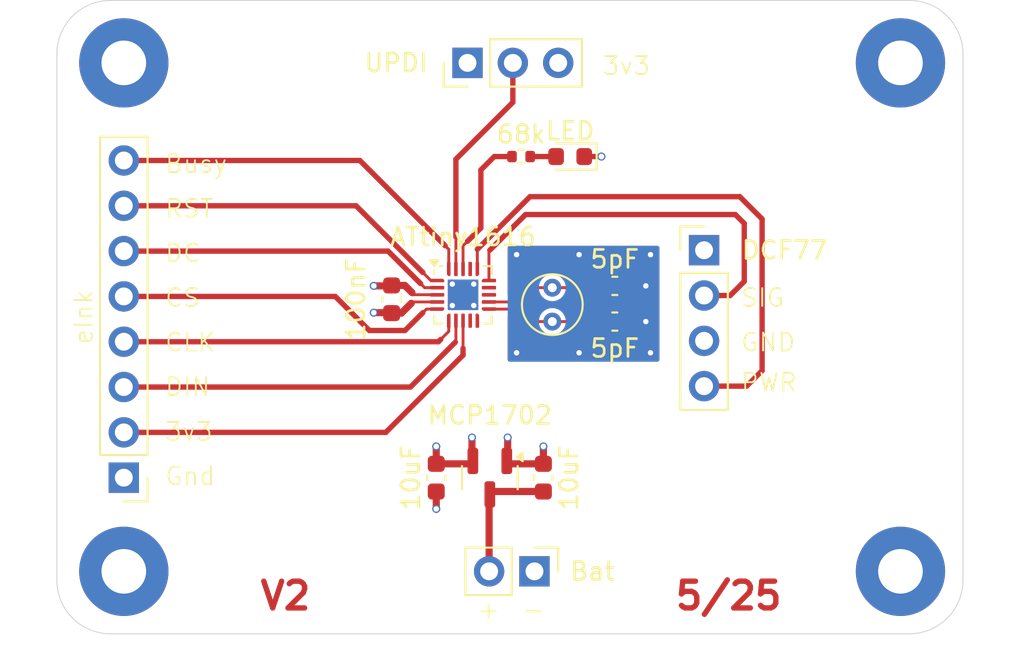
<source format=kicad_pcb>
(kicad_pcb (version 20240108) (generator "pcbnew") (generator_version "8.0")
  (layers (0 "F.Cu" signal) (1 "In1.Cu" signal) (2 "In2.Cu" signal) (3 "In3.Cu" signal) (4 "In4.Cu" signal) (31 "B.Cu" signal) (34 "B.Paste" user) (35 "F.Paste" user) (36 "B.SilkS" user "B.Silkscreen") (37 "F.SilkS" user "F.Silkscreen") (38 "B.Mask" user) (39 "F.Mask" user) (44 "Edge.Cuts" user))
  (net 0 "")
  (net 1 "+3.3V")
  (net 2 "GND")
  (net 3 "VCC")
  (net 4 "Net-(D1-A)")
  (net 5 "/RST")
  (net 6 "/BUSY")
  (net 7 "/DIN")
  (net 8 "/CLK")
  (net 9 "Net-(J3-Pin_2)")
  (net 10 "Net-(U1-PB3)")
  (net 12 "Net-(U1-PB2)")
  (net 16 "Net-(U1-PC3)")
  (net 18 "/DC")
  (net 19 "/NSS")
  (net 20 "/D_PWR")
  (net 21 "/T_SIG")
  (net 22 "/T_PWR")
  (footprint "Capacitor_SMD:C_0603_1608Metric" (layer "F.Cu") (at 120 125.75 -90)
    (property "Reference" "C1" (hide yes))
    (property "Value" "10uF" (at 0 1.43 90) (layer "F.SilkS"))
    (fp_line (start -0.14058 0.51) (end 0.14058 0.51) (stroke (width 0.12)) (layer "F.SilkS"))
    (fp_line (start -0.14058 -0.51) (end 0.14058 -0.51) (stroke (width 0.12)) (layer "F.SilkS"))
    (pad "1" smd roundrect (at -0.775 0 270) (size 0.9 0.95) (layers "F.Cu" "F.Paste" "F.Mask") (net 1 "+3.3V"))
    (pad "2" smd roundrect (at 0.775 0 270) (size 0.9 0.95) (layers "F.Cu" "F.Paste" "F.Mask") (net 2 "GND"))
  )
  (footprint "Package_DFN_QFN:VQFN-20-1EP_3x3mm_P0.4mm_EP1.7x1.7mm_ThermalVias" (layer "F.Cu") (at 121.5 115.5)
    (property "Reference" "U1" (hide yes))
    (property "Value" "ATtiny1616" (at 0 -3.25 0) (layer "F.SilkS"))
    (fp_line (start -1.61 -1.16) (end -1.61 -1.37) (stroke (width 0.12)) (layer "F.SilkS"))
    (fp_line (start -1.61 1.61) (end -1.61 1.16) (stroke (width 0.12)) (layer "F.SilkS"))
    (fp_line (start -1.16 -1.61) (end -1.31 -1.61) (stroke (width 0.12)) (layer "F.SilkS"))
    (fp_line (start -1.16 1.61) (end -1.61 1.61) (stroke (width 0.12)) (layer "F.SilkS"))
    (fp_line (start 1.16 -1.61) (end 1.61 -1.61) (stroke (width 0.12)) (layer "F.SilkS"))
    (fp_line (start 1.16 1.61) (end 1.61 1.61) (stroke (width 0.12)) (layer "F.SilkS"))
    (fp_line (start 1.61 -1.61) (end 1.61 -1.16) (stroke (width 0.12)) (layer "F.SilkS"))
    (fp_line (start 1.61 1.61) (end 1.61 1.16) (stroke (width 0.12)) (layer "F.SilkS"))
    (fp_poly (pts (xy -1.61 -1.61) (xy -1.85 -1.94) (xy -1.37 -1.94) (xy -1.61 -1.61)) (stroke (width 0.12)) (fill solid) (layer "F.SilkS"))
    (pad "1" smd custom (at -1.45 -0.8) (size 0.143431 0.143431) (layers "F.Cu" "F.Paste" "F.Mask") (net 5 "/RST") (options (clearance outline) (anchor circle)) (primitives (gr_poly (pts (xy -0.35 -0.05) (xy 0.299289 -0.05) (xy 0.35 0.000711) (xy 0.35 0.05) (xy -0.35 0.05)) (width 0.1) (fill yes))))
    (pad "2" smd roundrect (at -1.45 -0.4) (size 0.8 0.2) (layers "F.Cu" "F.Paste" "F.Mask") (net 18 "/DC"))
    (pad "3" smd roundrect (at -1.45 0) (size 0.8 0.2) (layers "F.Cu" "F.Paste" "F.Mask") (net 2 "GND"))
    (pad "4" smd roundrect (at -1.45 0.4) (size 0.8 0.2) (layers "F.Cu" "F.Paste" "F.Mask") (net 1 "+3.3V"))
    (pad "5" smd custom (at -1.45 0.8) (size 0.143431 0.143431) (layers "F.Cu" "F.Paste" "F.Mask") (net 19 "/NSS") (options (clearance outline) (anchor circle)) (primitives (gr_poly (pts (xy -0.35 -0.05) (xy 0.35 -0.05) (xy 0.35 -0.000711) (xy 0.299289 0.05) (xy -0.35 0.05)) (width 0.1) (fill yes))))
    (pad "6" smd custom (at -0.8 1.45) (size 0.143431 0.143431) (layers "F.Cu" "F.Paste" "F.Mask") (net 8 "/CLK") (options (clearance outline) (anchor circle)) (primitives (gr_poly (pts (xy -0.05 -0.299289) (xy 0.000711 -0.35) (xy 0.05 -0.35) (xy 0.05 0.35) (xy -0.05 0.35)) (width 0.1) (fill yes))))
    (pad "7" smd roundrect (at -0.4 1.45) (size 0.2 0.8) (layers "F.Cu" "F.Paste" "F.Mask") (net 7 "/DIN"))
    (pad "8" smd roundrect (at 0 1.45) (size 0.2 0.8) (layers "F.Cu" "F.Paste" "F.Mask") (net 20 "/D_PWR"))
    (pad "9" smd roundrect (at 0.4 1.45) (size 0.2 0.8) (layers "F.Cu" "F.Paste" "F.Mask"))
    (pad "10" smd custom (at 0.8 1.45) (size 0.143431 0.143431) (layers "F.Cu" "F.Paste" "F.Mask") (options (clearance outline) (anchor circle)) (primitives (gr_poly (pts (xy -0.05 -0.35) (xy -0.000711 -0.35) (xy 0.05 -0.299289) (xy 0.05 0.35) (xy -0.05 0.35)) (width 0.1) (fill yes))))
    (pad "11" smd custom (at 1.45 0.8) (size 0.143431 0.143431) (layers "F.Cu" "F.Paste" "F.Mask") (net 10 "Net-(U1-PB3)") (options (clearance outline) (anchor circle)) (primitives (gr_poly (pts (xy -0.35 -0.05) (xy 0.35 -0.05) (xy 0.35 0.05) (xy -0.299289 0.05) (xy -0.35 -0.000711)) (width 0.1) (fill yes))))
    (pad "12" smd roundrect (at 1.45 0.4) (size 0.8 0.2) (layers "F.Cu" "F.Paste" "F.Mask") (net 12 "Net-(U1-PB2)"))
    (pad "13" smd roundrect (at 1.45 0) (size 0.8 0.2) (layers "F.Cu" "F.Paste" "F.Mask"))
    (pad "14" smd roundrect (at 1.45 -0.4) (size 0.8 0.2) (layers "F.Cu" "F.Paste" "F.Mask"))
    (pad "15" smd custom (at 1.45 -0.8) (size 0.143431 0.143431) (layers "F.Cu" "F.Paste" "F.Mask") (net 21 "/T_SIG") (options (clearance outline) (anchor circle)) (primitives (gr_poly (pts (xy -0.35 0.000711) (xy -0.299289 -0.05) (xy 0.35 -0.05) (xy 0.35 0.05) (xy -0.35 0.05)) (width 0.1) (fill yes))))
    (pad "16" smd custom (at 0.8 -1.45) (size 0.143431 0.143431) (layers "F.Cu" "F.Paste" "F.Mask") (net 22 "/T_PWR") (options (clearance outline) (anchor circle)) (primitives (gr_poly (pts (xy -0.05 -0.35) (xy 0.05 -0.35) (xy 0.05 0.299289) (xy -0.000711 0.35) (xy -0.05 0.35)) (width 0.1) (fill yes))))
    (pad "17" smd roundrect (at 0.4 -1.45) (size 0.2 0.8) (layers "F.Cu" "F.Paste" "F.Mask"))
    (pad "18" smd roundrect (at 0 -1.45) (size 0.2 0.8) (layers "F.Cu" "F.Paste" "F.Mask") (net 16 "Net-(U1-PC3)"))
    (pad "19" smd roundrect (at -0.4 -1.45) (size 0.2 0.8) (layers "F.Cu" "F.Paste" "F.Mask") (net 9 "Net-(J3-Pin_2)"))
    (pad "20" smd custom (at -0.8 -1.45) (size 0.143431 0.143431) (layers "F.Cu" "F.Paste" "F.Mask") (net 6 "/BUSY") (options (clearance outline) (anchor circle)) (primitives (gr_poly (pts (xy -0.05 -0.35) (xy 0.05 -0.35) (xy 0.05 0.35) (xy 0.000711 0.35) (xy -0.05 0.299289)) (width 0.1) (fill yes))))
    (pad "21" thru_hole circle (at -0.6 -0.6) (size 0.5 0.5) (drill 0.3) (property pad_prop_heatsink) (layers "*.Cu") (net 2 "GND"))
    (pad "21" thru_hole circle (at -0.6 0.6) (size 0.5 0.5) (drill 0.3) (property pad_prop_heatsink) (layers "*.Cu") (net 2 "GND"))
    (pad "21" smd rect (at 0 0) (size 1.7 1.7) (property pad_prop_heatsink) (layers "F.Cu" "F.Mask") (net 2 "GND"))
    (pad "21" smd rect (at 0 0) (size 1.7 1.7) (property pad_prop_heatsink) (layers "B.Cu") (net 2 "GND"))
    (pad "21" thru_hole circle (at 0.6 -0.6) (size 0.5 0.5) (drill 0.3) (property pad_prop_heatsink) (layers "*.Cu") (net 2 "GND"))
    (pad "21" thru_hole circle (at 0.6 0.6) (size 0.5 0.5) (drill 0.3) (property pad_prop_heatsink) (layers "*.Cu") (net 2 "GND"))
  )
  (footprint "Capacitor_SMD:C_0603_1608Metric" (layer "F.Cu") (at 130 115)
    (property "Reference" "C5" (hide yes))
    (property "Value" "5pF" (at 0 -1.5 0) (layer "F.SilkS"))
    (fp_line (start -0.14058 -0.51) (end 0.14058 -0.51) (stroke (width 0.12)) (layer "F.SilkS"))
    (fp_line (start -0.14058 0.51) (end 0.14058 0.51) (stroke (width 0.12)) (layer "F.SilkS"))
    (pad "1" smd roundrect (at -0.775 0) (size 0.9 0.95) (layers "F.Cu" "F.Paste" "F.Mask") (net 12 "Net-(U1-PB2)"))
    (pad "2" smd roundrect (at 0.775 0) (size 0.9 0.95) (layers "F.Cu" "F.Paste" "F.Mask") (net 2 "GND"))
  )
  (footprint "MountingHole:MountingHole_2.5mm_Pad" (layer "F.Cu") (at 102.5 102.5)
    (property "Reference" "H1" (hide yes))
    (property "Value" "MountingHole_Pad")
    (pad "1" thru_hole circle (at 0 0) (size 5 5) (drill 2.5) (layers "*.Cu" "*.Mask") (net 2 "GND"))
  )
  (footprint "MountingHole:MountingHole_2.5mm_Pad" (layer "F.Cu") (at 146 131)
    (property "Reference" "H3" (hide yes))
    (property "Value" "MountingHole_Pad")
    (pad "1" thru_hole circle (at 0 0) (size 5 5) (drill 2.5) (layers "*.Cu" "*.Mask") (net 2 "GND"))
  )
  (footprint "MountingHole:MountingHole_2.5mm_Pad" (layer "F.Cu") (at 146 102.5)
    (property "Reference" "H2" (hide yes))
    (property "Value" "MountingHole_Pad")
    (pad "1" thru_hole circle (at 0 0) (size 5 5) (drill 2.5) (layers "*.Cu" "*.Mask") (net 2 "GND"))
  )
  (footprint "Capacitor_SMD:C_0603_1608Metric" (layer "F.Cu") (at 117.5 115.75 -90)
    (property "Reference" "C3" (hide yes))
    (property "Value" "100nF" (at 0 2 90) (layer "F.SilkS"))
    (fp_line (start -0.14058 0.51) (end 0.14058 0.51) (stroke (width 0.12)) (layer "F.SilkS"))
    (fp_line (start -0.14058 -0.51) (end 0.14058 -0.51) (stroke (width 0.12)) (layer "F.SilkS"))
    (pad "1" smd roundrect (at -0.775 0 270) (size 0.9 0.95) (layers "F.Cu" "F.Paste" "F.Mask") (net 2 "GND"))
    (pad "2" smd roundrect (at 0.775 0 270) (size 0.9 0.95) (layers "F.Cu" "F.Paste" "F.Mask") (net 1 "+3.3V"))
  )
  (footprint "Crystal:Crystal_C38-LF_D3.0mm_L8.0mm_Vertical" (layer "F.Cu") (at 126.5 117 90)
    (property "Reference" "Y1" (hide yes))
    (property "Value" "32.768KHz" (hide yes))
    (fp_arc (start 2.65 0) (mid 0.95 1.7) (end -0.75 0) (stroke (width 0.12)) (layer "F.SilkS"))
    (fp_arc (start -0.75 0) (mid 0.95 -1.7) (end 2.65 0) (stroke (width 0.12)) (layer "F.SilkS"))
    (pad "1" thru_hole circle (at 0 0 90) (size 1 1) (drill 0.5) (layers "*.Cu" "*.Mask") (net 10 "Net-(U1-PB3)"))
    (pad "2" thru_hole circle (at 1.9 0 90) (size 1 1) (drill 0.5) (layers "*.Cu" "*.Mask") (net 12 "Net-(U1-PB2)"))
  )
  (footprint "Connector_PinHeader_2.54mm:PinHeader_1x04_P2.54mm_Vertical" (layer "F.Cu") (at 135 113)
    (property "Reference" "J4" (hide yes))
    (property "Value" "DCF77" (at 4.5 0 0) (layer "F.SilkS"))
    (fp_line (start -1.33 -1.33) (end 0 -1.33) (stroke (width 0.12)) (layer "F.SilkS"))
    (fp_line (start -1.33 0) (end -1.33 -1.33) (stroke (width 0.12)) (layer "F.SilkS"))
    (fp_line (start -1.33 1.27) (end -1.33 8.95) (stroke (width 0.12)) (layer "F.SilkS"))
    (fp_line (start -1.33 1.27) (end 1.33 1.27) (stroke (width 0.12)) (layer "F.SilkS"))
    (fp_line (start -1.33 8.95) (end 1.33 8.95) (stroke (width 0.12)) (layer "F.SilkS"))
    (fp_line (start 1.33 1.27) (end 1.33 8.95) (stroke (width 0.12)) (layer "F.SilkS"))
    (pad "1" thru_hole rect (at 0 0) (size 1.7 1.7) (drill 1) (layers "*.Cu" "*.Mask") (net 2 "GND"))
    (pad "2" thru_hole oval (at 0 2.54) (size 1.7 1.7) (drill 1) (layers "*.Cu" "*.Mask") (net 21 "/T_SIG"))
    (pad "3" thru_hole oval (at 0 5.08) (size 1.7 1.7) (drill 1) (layers "*.Cu" "*.Mask") (net 2 "GND"))
    (pad "4" thru_hole oval (at 0 7.62) (size 1.7 1.7) (drill 1) (layers "*.Cu" "*.Mask") (net 22 "/T_PWR"))
  )
  (footprint "MountingHole:MountingHole_2.5mm_Pad" (layer "F.Cu") (at 102.5 131)
    (property "Reference" "H4" (hide yes))
    (property "Value" "MountingHole_Pad")
    (pad "1" thru_hole circle (at 0 0) (size 5 5) (drill 2.5) (layers "*.Cu" "*.Mask") (net 2 "GND"))
  )
  (footprint "Capacitor_SMD:C_0603_1608Metric" (layer "F.Cu") (at 130 117 180)
    (property "Reference" "C4" (hide yes))
    (property "Value" "5pF" (at 0 -1.5 0) (layer "F.SilkS"))
    (fp_line (start -0.14058 0.51) (end 0.14058 0.51) (stroke (width 0.12)) (layer "F.SilkS"))
    (fp_line (start -0.14058 -0.51) (end 0.14058 -0.51) (stroke (width 0.12)) (layer "F.SilkS"))
    (pad "1" smd roundrect (at -0.775 0 180) (size 0.9 0.95) (layers "F.Cu" "F.Paste" "F.Mask") (net 2 "GND"))
    (pad "2" smd roundrect (at 0.775 0 180) (size 0.9 0.95) (layers "F.Cu" "F.Paste" "F.Mask") (net 10 "Net-(U1-PB3)"))
  )
  (footprint "Connector_PinHeader_2.54mm:PinHeader_1x08_P2.54mm_Vertical" (layer "F.Cu") (at 102.5 125.75 180)
    (property "Reference" "J1" (hide yes))
    (property "Value" "eInk" (at 2.25 9 90) (layer "F.SilkS") (effects (font (thickness 0.1))))
    (fp_line (start 1.33 1.27) (end 1.33 19.11) (stroke (width 0.12)) (layer "F.SilkS"))
    (fp_line (start -1.33 19.11) (end 1.33 19.11) (stroke (width 0.12)) (layer "F.SilkS"))
    (fp_line (start -1.33 1.27) (end 1.33 1.27) (stroke (width 0.12)) (layer "F.SilkS"))
    (fp_line (start -1.33 1.27) (end -1.33 19.11) (stroke (width 0.12)) (layer "F.SilkS"))
    (fp_line (start -1.33 0) (end -1.33 -1.33) (stroke (width 0.12)) (layer "F.SilkS"))
    (fp_line (start -1.33 -1.33) (end 0 -1.33) (stroke (width 0.12)) (layer "F.SilkS"))
    (pad "1" thru_hole rect (at 0 0 180) (size 1.7 1.7) (drill 1) (layers "*.Cu" "*.Mask") (net 2 "GND"))
    (pad "2" thru_hole oval (at 0 2.54 180) (size 1.7 1.7) (drill 1) (layers "*.Cu" "*.Mask") (net 20 "/D_PWR"))
    (pad "3" thru_hole oval (at 0 5.08 180) (size 1.7 1.7) (drill 1) (layers "*.Cu" "*.Mask") (net 7 "/DIN"))
    (pad "4" thru_hole oval (at 0 7.62 180) (size 1.7 1.7) (drill 1) (layers "*.Cu" "*.Mask") (net 8 "/CLK"))
    (pad "5" thru_hole oval (at 0 10.16 180) (size 1.7 1.7) (drill 1) (layers "*.Cu" "*.Mask") (net 19 "/NSS"))
    (pad "6" thru_hole oval (at 0 12.7 180) (size 1.7 1.7) (drill 1) (layers "*.Cu" "*.Mask") (net 18 "/DC"))
    (pad "7" thru_hole oval (at 0 15.24 180) (size 1.7 1.7) (drill 1) (layers "*.Cu" "*.Mask") (net 5 "/RST"))
    (pad "8" thru_hole oval (at 0 17.78 180) (size 1.7 1.7) (drill 1) (layers "*.Cu" "*.Mask") (net 6 "/BUSY"))
  )
  (footprint "Connector_PinHeader_2.54mm:PinHeader_1x02_P2.54mm_Vertical" (layer "F.Cu") (at 125.5 131 -90)
    (property "Reference" "J2" (hide yes))
    (property "Value" "Bat" (at 0 -3.25 180) (layer "F.SilkS"))
    (fp_line (start -1.33 3.87) (end 1.33 3.87) (stroke (width 0.12)) (layer "F.SilkS"))
    (fp_line (start -1.33 1.27) (end -1.33 3.87) (stroke (width 0.12)) (layer "F.SilkS"))
    (fp_line (start -1.33 1.27) (end 1.33 1.27) (stroke (width 0.12)) (layer "F.SilkS"))
    (fp_line (start 1.33 1.27) (end 1.33 3.87) (stroke (width 0.12)) (layer "F.SilkS"))
    (fp_line (start -1.33 0) (end -1.33 -1.33) (stroke (width 0.12)) (layer "F.SilkS"))
    (fp_line (start -1.33 -1.33) (end 0 -1.33) (stroke (width 0.12)) (layer "F.SilkS"))
    (pad "1" thru_hole rect (at 0 0 270) (size 1.7 1.7) (drill 1) (layers "*.Cu" "*.Mask") (net 2 "GND"))
    (pad "2" thru_hole oval (at 0 2.54 270) (size 1.7 1.7) (drill 1) (layers "*.Cu" "*.Mask") (net 3 "VCC"))
  )
  (footprint "Connector_PinHeader_2.54mm:PinHeader_1x03_P2.54mm_Vertical" (layer "F.Cu") (at 121.75 102.5 90)
    (property "Reference" "J3" (hide yes))
    (property "Value" "UPDI" (at 0 -4 180) (layer "F.SilkS"))
    (fp_line (start -1.33 -1.33) (end 0 -1.33) (stroke (width 0.12)) (layer "F.SilkS"))
    (fp_line (start -1.33 0) (end -1.33 -1.33) (stroke (width 0.12)) (layer "F.SilkS"))
    (fp_line (start 1.33 1.27) (end 1.33 6.41) (stroke (width 0.12)) (layer "F.SilkS"))
    (fp_line (start -1.33 1.27) (end 1.33 1.27) (stroke (width 0.12)) (layer "F.SilkS"))
    (fp_line (start -1.33 1.27) (end -1.33 6.41) (stroke (width 0.12)) (layer "F.SilkS"))
    (fp_line (start -1.33 6.41) (end 1.33 6.41) (stroke (width 0.12)) (layer "F.SilkS"))
    (pad "1" thru_hole rect (at 0 0 90) (size 1.7 1.7) (drill 1) (layers "*.Cu" "*.Mask") (net 2 "GND"))
    (pad "2" thru_hole oval (at 0 2.54 90) (size 1.7 1.7) (drill 1) (layers "*.Cu" "*.Mask") (net 9 "Net-(J3-Pin_2)"))
    (pad "3" thru_hole oval (at 0 5.08 90) (size 1.7 1.7) (drill 1) (layers "*.Cu" "*.Mask") (net 1 "+3.3V"))
  )
  (footprint "Capacitor_SMD:C_0603_1608Metric" (layer "F.Cu") (at 126 125.75 90)
    (property "Reference" "C2" (hide yes))
    (property "Value" "10uF" (at 0 1.43 90) (layer "F.SilkS"))
    (fp_line (start -0.14058 -0.51) (end 0.14058 -0.51) (stroke (width 0.12)) (layer "F.SilkS"))
    (fp_line (start -0.14058 0.51) (end 0.14058 0.51) (stroke (width 0.12)) (layer "F.SilkS"))
    (pad "1" smd roundrect (at -0.775 0 90) (size 0.9 0.95) (layers "F.Cu" "F.Paste" "F.Mask") (net 3 "VCC"))
    (pad "2" smd roundrect (at 0.775 0 90) (size 0.9 0.95) (layers "F.Cu" "F.Paste" "F.Mask") (net 2 "GND"))
  )
  (footprint "Resistor_SMD:R_0402_1005Metric" (layer "F.Cu") (at 124.75 107.75 180)
    (property "Reference" "R1" (hide yes))
    (property "Value" "68k" (at 0 1.25 0) (layer "F.SilkS"))
    (fp_line (start -0.153641 0.38) (end 0.153641 0.38) (stroke (width 0.12)) (layer "F.SilkS"))
    (fp_line (start -0.153641 -0.38) (end 0.153641 -0.38) (stroke (width 0.12)) (layer "F.SilkS"))
    (pad "1" smd roundrect (at -0.51 0 180) (size 0.54 0.64) (layers "F.Cu" "F.Paste" "F.Mask") (net 4 "Net-(D1-A)"))
    (pad "2" smd roundrect (at 0.51 0 180) (size 0.54 0.64) (layers "F.Cu" "F.Paste" "F.Mask") (net 16 "Net-(U1-PC3)"))
  )
  (footprint "LED_SMD:LED_0603_1608Metric" (layer "F.Cu") (at 127.5 107.75 180)
    (property "Reference" "D1" (hide yes))
    (property "Value" "LED" (at 0 1.43 0) (layer "F.SilkS"))
    (fp_line (start 0.8 -0.735) (end -1.485 -0.735) (stroke (width 0.12)) (layer "F.SilkS"))
    (fp_line (start -1.485 0.735) (end 0.8 0.735) (stroke (width 0.12)) (layer "F.SilkS"))
    (fp_line (start -1.485 -0.735) (end -1.485 0.735) (stroke (width 0.12)) (layer "F.SilkS"))
    (pad "1" smd roundrect (at -0.7875 0 180) (size 0.875 0.95) (layers "F.Cu" "F.Paste" "F.Mask") (net 2 "GND"))
    (pad "2" smd roundrect (at 0.7875 0 180) (size 0.875 0.95) (layers "F.Cu" "F.Paste" "F.Mask") (net 4 "Net-(D1-A)"))
  )
  (footprint "Package_TO_SOT_SMD:SOT-23" (layer "F.Cu") (at 123 125.75 -90)
    (property "Reference" "U2" (hide yes))
    (property "Value" "MCP1702" (at -3.5 0 180) (layer "F.SilkS"))
    (fp_line (start 0 1.56) (end -0.65 1.56) (stroke (width 0.12)) (layer "F.SilkS"))
    (fp_line (start 0 1.56) (end 0.65 1.56) (stroke (width 0.12)) (layer "F.SilkS"))
    (fp_line (start 0 -1.56) (end -0.65 -1.56) (stroke (width 0.12)) (layer "F.SilkS"))
    (fp_line (start 0 -1.56) (end 0.65 -1.56) (stroke (width 0.12)) (layer "F.SilkS"))
    (fp_poly (pts (xy -1.1625 -1.51) (xy -1.4025 -1.84) (xy -0.9225 -1.84) (xy -1.1625 -1.51)) (stroke (width 0.12)) (fill solid) (layer "F.SilkS"))
    (pad "1" smd roundrect (at -0.9375 -0.95 270) (size 1.475 0.6) (layers "F.Cu" "F.Paste" "F.Mask") (net 2 "GND"))
    (pad "2" smd roundrect (at -0.9375 0.95 270) (size 1.475 0.6) (layers "F.Cu" "F.Paste" "F.Mask") (net 1 "+3.3V"))
    (pad "3" smd roundrect (at 0.9375 0 270) (size 1.475 0.6) (layers "F.Cu" "F.Paste" "F.Mask") (net 3 "VCC"))
  )
  (gr_line (start 149.5 102) (end 149.5 131.5) (stroke (width 0.05)) (layer "Edge.Cuts"))
  (gr_line (start 98.75 131.5) (end 98.75 102) (stroke (width 0.05)) (layer "Edge.Cuts"))
  (gr_arc (start 98.75 102) (mid 99.62868 99.87868) (end 101.75 99) (stroke (width 0.05)) (layer "Edge.Cuts"))
  (gr_line (start 101.75 99) (end 146.5 99) (stroke (width 0.05)) (layer "Edge.Cuts"))
  (gr_arc (start 101.75 134.5) (mid 99.62868 133.62132) (end 98.75 131.5) (stroke (width 0.05)) (layer "Edge.Cuts"))
  (gr_arc (start 146.5 99) (mid 148.62132 99.87868) (end 149.5 102) (stroke (width 0.05)) (layer "Edge.Cuts"))
  (gr_arc (start 149.5 131.5) (mid 148.62132 133.62132) (end 146.5 134.5) (stroke (width 0.05)) (layer "Edge.Cuts"))
  (gr_line (start 146.5 134.5) (end 101.75 134.5) (stroke (width 0.05)) (layer "Edge.Cuts"))
  (gr_text "V2" (at 110 133.25 0) (layer "F.Cu") (effects (font (size 1.5 1.5) (thickness 0.3) (bold yes)) (justify left bottom)))
  (gr_text "5/25" (at 133.25 133.25 0) (layer "F.Cu") (effects (font (size 1.5 1.5) (thickness 0.3) (bold yes)) (justify left bottom)))
  (gr_text "-" (at 124.75 133.75 0) (layer "F.SilkS") (effects (font (size 1 1) (thickness 0.1)) (justify left bottom)))
  (gr_text "PWR" (at 137 121 0) (layer "F.SilkS") (effects (font (size 1 1) (thickness 0.1)) (justify left bottom)))
  (gr_text "Busy" (at 104.75 108.75 0) (layer "F.SilkS") (effects (font (size 1 1) (thickness 0.1)) (justify left bottom)))
  (gr_text "GND" (at 137 118.75 0) (layer "F.SilkS") (effects (font (size 1 1) (thickness 0.1)) (justify left bottom)))
  (gr_text "SIG" (at 137 116.25 0) (layer "F.SilkS") (effects (font (size 1 1) (thickness 0.1)) (justify left bottom)))
  (gr_text "Gnd" (at 104.75 126.25 0) (layer "F.SilkS") (effects (font (size 1 1) (thickness 0.1)) (justify left bottom)))
  (gr_text "CS" (at 104.75 116.25 0) (layer "F.SilkS") (effects (font (size 1 1) (thickness 0.1)) (justify left bottom)))
  (gr_text "CLK" (at 104.75 118.75 0) (layer "F.SilkS") (effects (font (size 1 1) (thickness 0.1)) (justify left bottom)))
  (gr_text "3v3" (at 104.75 123.75 0) (layer "F.SilkS") (effects (font (size 1 1) (thickness 0.1)) (justify left bottom)))
  (gr_text "3v3" (at 129.25 103.25 0) (layer "F.SilkS") (effects (font (size 1 1) (thickness 0.1)) (justify left bottom)))
  (gr_text "RST" (at 104.75 111.25 0) (layer "F.SilkS") (effects (font (size 1 1) (thickness 0.1)) (justify left bottom)))
  (gr_text "DC" (at 104.75 113.75 0) (layer "F.SilkS") (effects (font (size 1 1) (thickness 0.1)) (justify left bottom)))
  (gr_text "DIN" (at 104.75 121.25 0) (layer "F.SilkS") (effects (font (size 1 1) (thickness 0.1)) (justify left bottom)))
  (gr_text "+" (at 122.25 133.75 0) (layer "F.SilkS") (effects (font (size 1 1) (thickness 0.1)) (justify left bottom)))
  (segment (start 122.05 124.3) (end 122.05 124.8125) (width 0.4) (layer "F.Cu") (net 1))
  (segment (start 122 124.25) (end 122.05 124.3) (width 0.4) (layer "F.Cu") (net 1))
  (segment (start 118.6 115.9) (end 120.05 115.9) (width 0.16) (layer "F.Cu") (net 1))
  (segment (start 120 124.975) (end 120 124) (width 0.4) (layer "F.Cu") (net 1))
  (segment (start 117.5 116.525) (end 117.275 116.525) (width 0.4) (layer "F.Cu") (net 1))
  (segment (start 121.8875 124.975) (end 122.05 124.8125) (width 0.4) (layer "F.Cu") (net 1))
  (segment (start 122 123.5) (end 122 124.25) (width 0.4) (layer "F.Cu") (net 1))
  (segment (start 117.5 116.525) (end 118.05 116.525) (width 0.4) (layer "F.Cu") (net 1))
  (segment (start 118.05 116.525) (end 118.6 115.975) (width 0.4) (layer "F.Cu") (net 1))
  (segment (start 117.25 116.5) (end 116.5 116.5) (width 0.4) (layer "F.Cu") (net 1))
  (segment (start 117.275 116.525) (end 117.25 116.5) (width 0.4) (layer "F.Cu") (net 1))
  (segment (start 120 124.975) (end 121.8875 124.975) (width 0.4) (layer "F.Cu") (net 1))
  (via (at 122 123.5) (size 0.45) (drill 0.3) (layers "F.Cu" "B.Cu") (net 1))
  (via (at 120 124) (size 0.45) (drill 0.3) (layers "F.Cu" "B.Cu") (net 1))
  (via (at 116.5 116.5) (size 0.45) (drill 0.3) (layers "F.Cu" "B.Cu") (net 1))
  (segment (start 126 124.975) (end 124.1125 124.975) (width 0.4) (layer "F.Cu") (net 2))
  (segment (start 117.5 114.975) (end 118.240574 114.975) (width 0.4) (layer "F.Cu") (net 2))
  (segment (start 118.758353 115.495) (end 120.045 115.495) (width 0.16) (layer "F.Cu") (net 2))
  (segment (start 130.7625 115) (end 131.7375 115) (width 0.16) (layer "F.Cu") (net 2))
  (segment (start 124 124.7625) (end 124 123.5) (width 0.4) (layer "F.Cu") (net 2))
  (segment (start 128.2875 107.75) (end 129.25 107.75) (width 0.3) (layer "F.Cu") (net 2))
  (segment (start 120.045 115.495) (end 120.05 115.5) (width 0.16) (layer "F.Cu") (net 2))
  (segment (start 124.1125 124.975) (end 123.95 124.8125) (width 0.4) (layer "F.Cu") (net 2))
  (segment (start 117.275 114.975) (end 117.25 115) (width 0.4) (layer "F.Cu") (net 2))
  (segment (start 126 124.975) (end 126 124) (width 0.4) (layer "F.Cu") (net 2))
  (segment (start 123.95 124.8125) (end 124 124.7625) (width 0.4) (layer "F.Cu") (net 2))
  (segment (start 117.5 114.975) (end 117.275 114.975) (width 0.4) (layer "F.Cu") (net 2))
  (segment (start 118.240574 114.975) (end 118.640574 115.375) (width 0.4) (layer "F.Cu") (net 2))
  (segment (start 130.7625 117) (end 131.7375 117) (width 0.16) (layer "F.Cu") (net 2))
  (segment (start 120 126.525) (end 120 127.5) (width 0.4) (layer "F.Cu") (net 2))
  (segment (start 117.25 115) (end 116.5 115) (width 0.4) (layer "F.Cu") (net 2))
  (segment (start 118.758353 115.495) (end 118.640574 115.495) (width 0.16) (layer "F.Cu") (net 2))
  (via (at 131.7375 115) (size 0.45) (drill 0.3) (layers "F.Cu" "B.Cu") (net 2))
  (via (at 132 113.25) (size 0.45) (drill 0.3) (layers "F.Cu" "B.Cu") (net 2))
  (via (at 129.25 107.75) (size 0.45) (drill 0.3) (layers "F.Cu" "B.Cu") (net 2))
  (via (at 126 124) (size 0.45) (drill 0.3) (layers "F.Cu" "B.Cu") (net 2))
  (via (at 131.7375 117) (size 0.45) (drill 0.3) (layers "F.Cu" "B.Cu") (net 2))
  (via (at 128 118.75) (size 0.45) (drill 0.3) (layers "F.Cu" "B.Cu") (net 2))
  (via (at 116.5 115) (size 0.45) (drill 0.3) (layers "F.Cu" "B.Cu") (net 2))
  (via (at 124.5 113.25) (size 0.45) (drill 0.3) (layers "F.Cu" "B.Cu") (net 2))
  (via (at 132 118.75) (size 0.45) (drill 0.3) (layers "F.Cu" "B.Cu") (net 2))
  (via (at 128 113.25) (size 0.45) (drill 0.3) (layers "F.Cu" "B.Cu") (net 2))
  (via (at 120 127.5) (size 0.45) (drill 0.3) (layers "F.Cu" "B.Cu") (net 2))
  (via (at 124.5 118.75) (size 0.45) (drill 0.3) (layers "F.Cu" "B.Cu") (net 2))
  (via (at 124 123.5) (size 0.45) (drill 0.3) (layers "F.Cu" "B.Cu") (net 2))
  (segment (start 126 126.525) (end 123.1625 126.525) (width 0.4) (layer "F.Cu") (net 3))
  (segment (start 122.96 126.7275) (end 123 126.6875) (width 0.4) (layer "F.Cu") (net 3))
  (segment (start 123.1625 126.525) (end 123 126.6875) (width 0.4) (layer "F.Cu") (net 3))
  (segment (start 122.96 131) (end 122.96 126.7275) (width 0.4) (layer "F.Cu") (net 3))
  (segment (start 125.26 107.75) (end 126.7125 107.75) (width 0.3) (layer "F.Cu") (net 4))
  (segment (start 115.51 110.51) (end 102.5 110.51) (width 0.3) (layer "F.Cu") (net 5))
  (segment (start 119.25 114.25) (end 119.7 114.7) (width 0.16) (layer "F.Cu") (net 5))
  (segment (start 119.25 114.25) (end 115.51 110.51) (width 0.3) (layer "F.Cu") (net 5))
  (segment (start 119.7 114.7) (end 120.05 114.7) (width 0.16) (layer "F.Cu") (net 5))
  (segment (start 115.72 107.97) (end 102.5 107.97) (width 0.3) (layer "F.Cu") (net 6))
  (segment (start 120.5 112.75) (end 115.72 107.97) (width 0.3) (layer "F.Cu") (net 6))
  (segment (start 120.7 114.05) (end 120.7 112.95) (width 0.16) (layer "F.Cu") (net 6))
  (segment (start 120.7 112.95) (end 120.5 112.75) (width 0.16) (layer "F.Cu") (net 6))
  (segment (start 121.1 116.95) (end 121.1 118.154558) (width 0.16) (layer "F.Cu") (net 7))
  (segment (start 102.5 120.67) (end 118.554558 120.67) (width 0.3) (layer "F.Cu") (net 7))
  (segment (start 118.554558 120.67) (end 121.07 118.154558) (width 0.3) (layer "F.Cu") (net 7))
  (segment (start 102.5 118.13) (end 120.12 118.13) (width 0.3) (layer "F.Cu") (net 8))
  (segment (start 120.7 117.55) (end 120.7 116.95) (width 0.16) (layer "F.Cu") (net 8))
  (segment (start 120.25 118) (end 120.7 117.55) (width 0.16) (layer "F.Cu") (net 8))
  (segment (start 120.12 118.13) (end 120.25 118) (width 0.3) (layer "F.Cu") (net 8))
  (segment (start 121.1 114.05) (end 121.1 112.25) (width 0.16) (layer "F.Cu") (net 9))
  (segment (start 121.1 112.25) (end 121.1 107.9) (width 0.3) (layer "F.Cu") (net 9))
  (segment (start 124.29 104.71) (end 124.29 102.5) (width 0.3) (layer "F.Cu") (net 9))
  (segment (start 121.1 107.9) (end 124.29 104.71) (width 0.3) (layer "F.Cu") (net 9))
  (segment (start 129.225 117) (end 126.5 117) (width 0.16) (layer "F.Cu") (net 10))
  (segment (start 125.5 117) (end 124.8 116.3) (width 0.16) (layer "F.Cu") (net 10))
  (segment (start 126.5 117) (end 125.5 117) (width 0.16) (layer "F.Cu") (net 10))
  (segment (start 124.8 116.3) (end 122.95 116.3) (width 0.16) (layer "F.Cu") (net 10))
  (segment (start 124.85 115.9) (end 122.95 115.9) (width 0.16) (layer "F.Cu") (net 12))
  (segment (start 125.65 115.1) (end 124.85 115.9) (width 0.16) (layer "F.Cu") (net 12))
  (segment (start 126.5 115.1) (end 125.65 115.1) (width 0.16) (layer "F.Cu") (net 12))
  (segment (start 129.125 115.1) (end 129.225 115) (width 0.16) (layer "F.Cu") (net 12))
  (segment (start 126.5 115.1) (end 129.125 115.1) (width 0.16) (layer "F.Cu") (net 12))
  (segment (start 123.25 107.75) (end 124.24 107.75) (width 0.3) (layer "F.Cu") (net 16))
  (segment (start 121.75 112.5) (end 122.5 111.75) (width 0.3) (layer "F.Cu") (net 16))
  (segment (start 121.75 112.5) (end 121.5 112.75) (width 0.16) (layer "F.Cu") (net 16))
  (segment (start 122.5 111.75) (end 122.5 108.5) (width 0.3) (layer "F.Cu") (net 16))
  (segment (start 121.5 112.75) (end 121.5 114.05) (width 0.16) (layer "F.Cu") (net 16))
  (segment (start 122.5 108.5) (end 123.25 107.75) (width 0.3) (layer "F.Cu") (net 16))
  (segment (start 119.125 114.875) (end 117.3 113.05) (width 0.3) (layer "F.Cu") (net 18))
  (segment (start 119.125 114.875) (end 119.35 115.1) (width 0.16) (layer "F.Cu") (net 18))
  (segment (start 119.35 115.1) (end 120.05 115.1) (width 0.16) (layer "F.Cu") (net 18))
  (segment (start 117.3 113.05) (end 102.5 113.05) (width 0.3) (layer "F.Cu") (net 18))
  (segment (start 114.34 115.59) (end 102.5 115.59) (width 0.3) (layer "F.Cu") (net 19))
  (segment (start 116.25 117.5) (end 114.34 115.59) (width 0.3) (layer "F.Cu") (net 19))
  (segment (start 116.25 117.5) (end 118.25 117.5) (width 0.3) (layer "F.Cu") (net 19))
  (segment (start 118.25 117.5) (end 119.25 116.5) (width 0.3) (layer "F.Cu") (net 19))
  (segment (start 119.45 116.3) (end 119.25 116.5) (width 0.16) (layer "F.Cu") (net 19))
  (segment (start 119.45 116.3) (end 120.05 116.3) (width 0.16) (layer "F.Cu") (net 19))
  (segment (start 121.5 116.95) (end 121.5 118.5) (width 0.16) (layer "F.Cu") (net 20))
  (segment (start 121.5 118.5) (end 121.5 118.884116) (width 0.3) (layer "F.Cu") (net 20))
  (segment (start 121.5 118.884116) (end 117.174116 123.21) (width 0.3) (layer "F.Cu") (net 20))
  (segment (start 117.174116 123.21) (end 102.5 123.21) (width 0.3) (layer "F.Cu") (net 20))
  (segment (start 136.75 111) (end 137.25 111.5) (width 0.3) (layer "F.Cu") (net 21))
  (segment (start 123 113) (end 125 111) (width 0.3) (layer "F.Cu") (net 21))
  (segment (start 122.95 113.05) (end 122.95 114.7) (width 0.16) (layer "F.Cu") (net 21))
  (segment (start 136.46 115.54) (end 135 115.54) (width 0.3) (layer "F.Cu") (net 21))
  (segment (start 137.25 114.75) (end 136.46 115.54) (width 0.3) (layer "F.Cu") (net 21))
  (segment (start 137.25 111.5) (end 137.25 114.75) (width 0.3) (layer "F.Cu") (net 21))
  (segment (start 123 113) (end 122.95 113.05) (width 0.16) (layer "F.Cu") (net 21))
  (segment (start 125 111) (end 136.75 111) (width 0.3) (layer "F.Cu") (net 21))
  (segment (start 122.3 112.95) (end 122.3 114.05) (width 0.16) (layer "F.Cu") (net 22))
  (segment (start 122.3 112.95) (end 125.25 110) (width 0.3) (layer "F.Cu") (net 22))
  (segment (start 138.25 111.25) (end 138.25 119.75) (width 0.3) (layer "F.Cu") (net 22))
  (segment (start 137.38 120.62) (end 135 120.62) (width 0.3) (layer "F.Cu") (net 22))
  (segment (start 138.25 119.75) (end 137.38 120.62) (width 0.3) (layer "F.Cu") (net 22))
  (segment (start 137 110) (end 138.25 111.25) (width 0.3) (layer "F.Cu") (net 22))
  (segment (start 125.25 110) (end 137 110) (width 0.3) (layer "F.Cu") (net 22))
  (zone (net 2) (net_name "GND") (layer "F.Cu") (priority 2) (connect_pads (clearance 0.25)) (min_thickness 0.25) (fill yes (thermal_gap 0.5) (thermal_bridge_width 0.5))
    (polygon (pts (xy 124 112.75) (xy 132.5 112.75) (xy 132.5 119.25) (xy 124 119.25)))
  )
  (zone (net 2) (net_name "GND") (layer "B.Cu") (priority 3) (connect_pads (clearance 0.25)) (min_thickness 0.25) (fill yes (thermal_gap 0.5) (thermal_bridge_width 0.5))
    (polygon (pts (xy 124 112.75) (xy 124 119.25) (xy 132.5 119.25) (xy 132.5 112.75)))
  )
)
</source>
